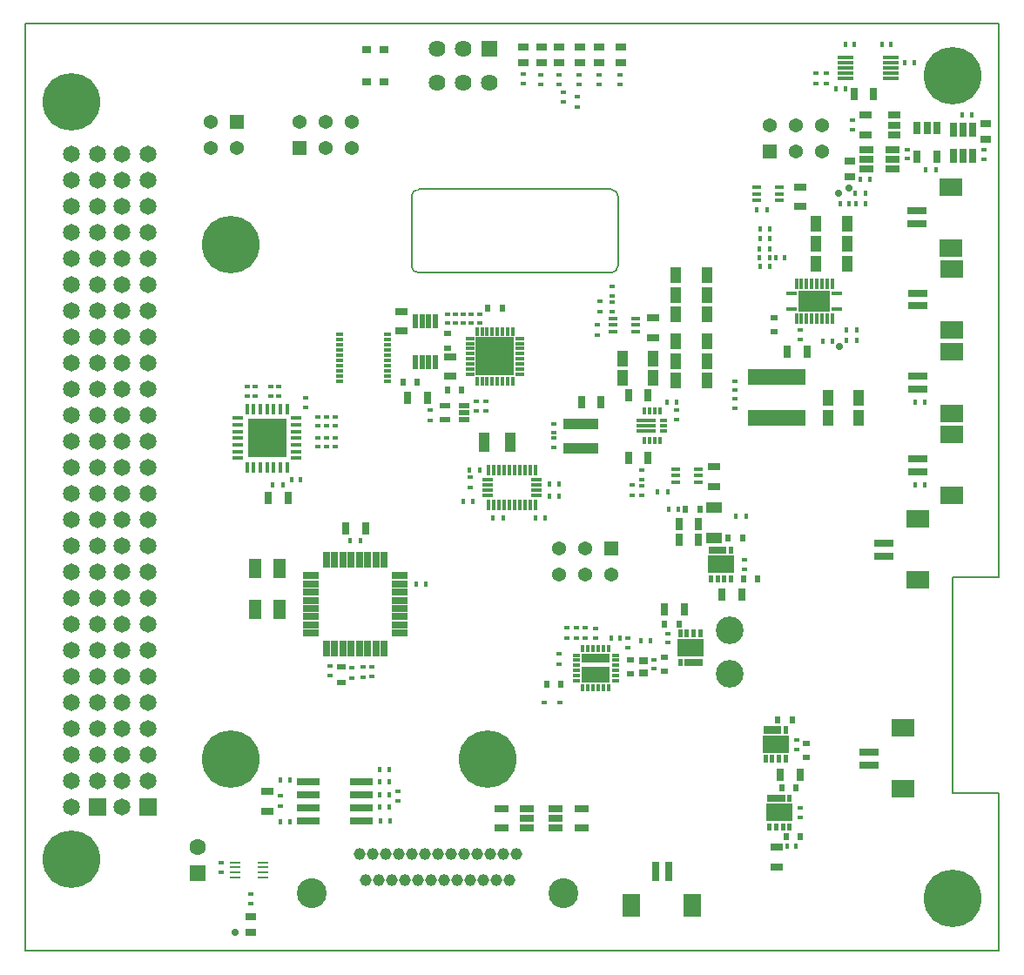
<source format=gts>
G04*
G04 #@! TF.GenerationSoftware,Altium Limited,Altium Designer,18.1.9 (240)*
G04*
G04 Layer_Color=8388736*
%FSLAX44Y44*%
%MOMM*%
G71*
G01*
G75*
%ADD16C,0.1520*%
%ADD21R,0.8000X1.3000*%
%ADD22R,1.1112X0.2540*%
%ADD23R,1.6000X1.0000*%
%ADD24R,0.4500X0.6000*%
%ADD25R,0.4000X0.6000*%
%ADD26R,0.6000X0.8000*%
%ADD27R,1.3000X0.8000*%
%ADD31R,0.6000X0.4000*%
%ADD39R,0.8000X0.6000*%
%ADD40R,0.6000X0.4500*%
%ADD42R,0.5032X0.3556*%
%ADD47R,0.9000X0.5000*%
%ADD50R,0.7000X1.3000*%
%ADD56R,1.0000X1.6000*%
%ADD57R,1.3000X0.7000*%
%ADD79R,0.4016X0.7016*%
%ADD80R,1.7016X0.7016*%
%ADD81R,2.5016X1.7016*%
%ADD82R,0.8016X1.9016*%
%ADD83R,1.7016X2.3016*%
%ADD84R,0.3616X1.0016*%
%ADD85R,1.0016X0.3616*%
%ADD86R,3.0516X2.0516*%
%ADD87C,0.7016*%
%ADD88R,0.9016X0.6516*%
%ADD89R,1.2016X0.7016*%
%ADD90R,0.8516X0.8016*%
%ADD91R,1.1416X0.4316*%
%ADD92R,0.4316X1.1416*%
%ADD93R,3.8016X3.8016*%
%ADD94R,2.3016X0.7016*%
%ADD95R,5.6016X1.5316*%
%ADD96R,1.0016X0.8016*%
%ADD97R,1.3716X0.6604*%
%ADD98R,1.5516X0.4016*%
%ADD99R,0.7016X1.2016*%
%ADD100R,0.6604X1.3716*%
%ADD101R,0.9416X0.3616*%
%ADD102R,0.3616X0.9416*%
%ADD103R,3.7016X3.7016*%
%ADD104R,0.5516X1.4516*%
%ADD105R,1.1016X0.5716*%
%ADD106R,1.1016X0.3516*%
%ADD107R,0.3516X1.1016*%
%ADD108R,3.5016X1.0816*%
%ADD109R,0.8016X0.4016*%
%ADD110R,1.9016X0.8016*%
%ADD111R,2.3016X1.7016*%
%ADD112R,1.3216X0.7016*%
%ADD113R,1.3016X1.9016*%
%ADD114R,1.6016X0.6516*%
%ADD115R,0.6516X1.6016*%
%ADD116R,1.1016X1.9016*%
%ADD117R,0.9516X0.4516*%
%ADD118R,0.3416X0.7016*%
%ADD119R,0.7016X0.3416*%
%ADD120R,1.8916X0.3216*%
%ADD121R,2.8016X0.9516*%
%ADD122R,2.8016X1.5516*%
%ADD123R,0.3416X0.6766*%
%ADD124R,0.6766X0.3416*%
%ADD125C,1.1684*%
%ADD126C,2.8956*%
%ADD127C,1.3716*%
%ADD128R,1.3716X1.3716*%
%ADD129R,1.6256X1.6256*%
%ADD130C,1.6256*%
%ADD131C,2.6924*%
%ADD132R,1.6516X1.6516*%
%ADD133C,1.6516*%
%ADD134C,0.1016*%
%ADD135C,1.6016*%
%ADD136R,1.6016X1.6016*%
%ADD137C,5.6016*%
G36*
X745549Y144927D02*
X741140D01*
Y152320D01*
X745549D01*
Y144927D01*
D02*
G37*
G36*
X739043Y144925D02*
X721640D01*
Y152320D01*
X739043D01*
Y144925D01*
D02*
G37*
G36*
X745542Y116917D02*
X741140D01*
Y124320D01*
X745542D01*
Y116917D01*
D02*
G37*
G36*
X739048Y116894D02*
X734640D01*
Y124320D01*
X739048D01*
Y116894D01*
D02*
G37*
G36*
X726028Y116893D02*
X721640D01*
Y124320D01*
X726028D01*
Y116893D01*
D02*
G37*
G36*
X732538Y116889D02*
X728140D01*
Y124320D01*
X732538D01*
Y116889D01*
D02*
G37*
G36*
X741621Y211149D02*
X737213D01*
Y218542D01*
X741621D01*
Y211149D01*
D02*
G37*
G36*
X735115Y211147D02*
X717712D01*
Y218542D01*
X735115D01*
Y211147D01*
D02*
G37*
G36*
X741615Y183138D02*
X737213D01*
Y190541D01*
X741615D01*
Y183138D01*
D02*
G37*
G36*
X735121Y183115D02*
X730713D01*
Y190541D01*
X735121D01*
Y183115D01*
D02*
G37*
G36*
X722101Y183114D02*
X717712D01*
Y190541D01*
X722101D01*
Y183114D01*
D02*
G37*
G36*
X728611Y183111D02*
X724212D01*
Y190541D01*
X728611D01*
Y183111D01*
D02*
G37*
G36*
X658634Y304984D02*
X654246D01*
Y312411D01*
X658634D01*
Y304984D01*
D02*
G37*
G36*
X652134D02*
X647736D01*
Y312415D01*
X652134D01*
Y304984D01*
D02*
G37*
G36*
X645634D02*
X641226D01*
Y312410D01*
X645634D01*
Y304984D01*
D02*
G37*
G36*
X639134D02*
X634732D01*
Y312387D01*
X639134D01*
Y304984D01*
D02*
G37*
G36*
X658634Y276984D02*
X641231D01*
Y284379D01*
X658634D01*
Y276984D01*
D02*
G37*
G36*
X639134D02*
X634725D01*
Y284377D01*
X639134D01*
Y276984D01*
D02*
G37*
G36*
X688478Y386227D02*
X684070D01*
Y393620D01*
X688478D01*
Y386227D01*
D02*
G37*
G36*
X681972Y386225D02*
X664570D01*
Y393620D01*
X681972D01*
Y386225D01*
D02*
G37*
G36*
X688472Y358217D02*
X684070D01*
Y365620D01*
X688472D01*
Y358217D01*
D02*
G37*
G36*
X681978Y358194D02*
X677570D01*
Y365620D01*
X681978D01*
Y358194D01*
D02*
G37*
G36*
X668958Y358193D02*
X664570D01*
Y365620D01*
X668958D01*
Y358193D01*
D02*
G37*
G36*
X675468Y358189D02*
X671070D01*
Y365620D01*
X675468D01*
Y358189D01*
D02*
G37*
D16*
X576580Y733724D02*
G03*
X569484Y740820I-7096J0D01*
G01*
X382680Y740820D02*
G03*
X375604Y733744I-0J-7076D01*
G01*
X375604Y666558D02*
G03*
X382642Y659520I7038J0D01*
G01*
X569299Y659520D02*
G03*
X576580Y666801I0J7281D01*
G01*
X382680Y740820D02*
X569484Y740820D01*
X375604Y733744D02*
X375604Y666558D01*
X382642Y659520D02*
X569299Y659520D01*
X576580Y666801D02*
X576580Y733724D01*
X946658Y363220D02*
Y901700D01*
X0D02*
X946658D01*
X0Y0D02*
Y901700D01*
Y0D02*
X946658D01*
Y153670D01*
X901700D02*
X946658D01*
X901700D02*
Y363220D01*
X946658D01*
D21*
X824840Y833120D02*
D03*
X805840D02*
D03*
X654716Y400152D02*
D03*
X635716D02*
D03*
X654716Y415646D02*
D03*
X635716D02*
D03*
X372046Y538374D02*
D03*
X391046D02*
D03*
X236359Y440704D02*
D03*
X255359D02*
D03*
X605751Y540690D02*
D03*
X586751D02*
D03*
X330748Y410718D02*
D03*
X311748D02*
D03*
X734472Y171744D02*
D03*
X753472D02*
D03*
X605751Y479730D02*
D03*
X586751D02*
D03*
X677824Y347050D02*
D03*
X696824D02*
D03*
X640944Y332204D02*
D03*
X621944D02*
D03*
D22*
X230924Y71240D02*
D03*
Y76240D02*
D03*
Y81240D02*
D03*
Y86240D02*
D03*
X203924D02*
D03*
Y81240D02*
D03*
Y76240D02*
D03*
Y71240D02*
D03*
D23*
X669828Y401560D02*
D03*
Y431560D02*
D03*
D24*
X690894Y422640D02*
D03*
X700894D02*
D03*
X240446Y453404D02*
D03*
X250446D02*
D03*
X798553Y604187D02*
D03*
X808553D02*
D03*
X798553Y594027D02*
D03*
X808553D02*
D03*
X785360Y593217D02*
D03*
X775360D02*
D03*
X797994Y838200D02*
D03*
X787994D02*
D03*
X614760Y446859D02*
D03*
X624760D02*
D03*
X721304Y720700D02*
D03*
X711304D02*
D03*
X316248Y398780D02*
D03*
X326248D02*
D03*
X875444Y759460D02*
D03*
X885444D02*
D03*
X431880Y467900D02*
D03*
X441880D02*
D03*
X454804Y421000D02*
D03*
X464804D02*
D03*
X807137Y736600D02*
D03*
X817137D02*
D03*
X713633Y674208D02*
D03*
X723633D02*
D03*
X713633Y682797D02*
D03*
X723633D02*
D03*
D25*
X625968Y429260D02*
D03*
X634968D02*
D03*
X740784Y101600D02*
D03*
X749784D02*
D03*
X821440Y750206D02*
D03*
X812440D02*
D03*
X797244Y881700D02*
D03*
X806244D02*
D03*
X258950Y458400D02*
D03*
X267950D02*
D03*
X380248Y357104D02*
D03*
X389248D02*
D03*
X354034Y176144D02*
D03*
X345034D02*
D03*
Y164714D02*
D03*
X354034D02*
D03*
Y152014D02*
D03*
X345034D02*
D03*
X354044Y139834D02*
D03*
X345044D02*
D03*
X345614Y126614D02*
D03*
X354614D02*
D03*
X257514Y165984D02*
D03*
X248514D02*
D03*
X257514Y125344D02*
D03*
X248514D02*
D03*
X841804Y881700D02*
D03*
X832804D02*
D03*
X864544Y863600D02*
D03*
X855544D02*
D03*
X911424Y812800D02*
D03*
X920424D02*
D03*
X510104Y454277D02*
D03*
X519104D02*
D03*
X569489Y304264D02*
D03*
X578489D02*
D03*
X608004Y301724D02*
D03*
X599004D02*
D03*
X865704Y453400D02*
D03*
X874704D02*
D03*
X865704Y533400D02*
D03*
X874704D02*
D03*
X426284Y436880D02*
D03*
X435284D02*
D03*
X505354Y421000D02*
D03*
X496354D02*
D03*
X519104Y441960D02*
D03*
X510104D02*
D03*
X807940Y726440D02*
D03*
X816940D02*
D03*
X723883Y693237D02*
D03*
X714883D02*
D03*
X723883Y665619D02*
D03*
X714883D02*
D03*
X738630Y674208D02*
D03*
X729630D02*
D03*
X792397Y726440D02*
D03*
X801397D02*
D03*
X723883Y701826D02*
D03*
X714883D02*
D03*
X624404Y533400D02*
D03*
X633404D02*
D03*
D26*
X642030Y429260D02*
D03*
X656030D02*
D03*
X753876Y110980D02*
D03*
X739876D02*
D03*
X749456Y158280D02*
D03*
X735456D02*
D03*
X712371Y361920D02*
D03*
X698371D02*
D03*
X449720Y625280D02*
D03*
X463720D02*
D03*
X367334Y553324D02*
D03*
X381334D02*
D03*
X424514Y545778D02*
D03*
X410514D02*
D03*
X745972Y225084D02*
D03*
X731972D02*
D03*
X697399Y401320D02*
D03*
X683399D02*
D03*
X621904Y318044D02*
D03*
X635904D02*
D03*
X506884Y259708D02*
D03*
X520884D02*
D03*
D27*
X730340Y100940D02*
D03*
Y81940D02*
D03*
X235234Y136164D02*
D03*
Y155164D02*
D03*
X365500Y622148D02*
D03*
Y603148D02*
D03*
X413330Y558748D02*
D03*
Y577748D02*
D03*
D31*
X753876Y138920D02*
D03*
Y129920D02*
D03*
X699304Y380620D02*
D03*
Y371620D02*
D03*
X301390Y519664D02*
D03*
Y510664D02*
D03*
X272978Y528660D02*
D03*
Y537660D02*
D03*
X215908Y548699D02*
D03*
Y539699D02*
D03*
X223528Y548699D02*
D03*
Y539699D02*
D03*
X239060Y548699D02*
D03*
Y539699D02*
D03*
X246680Y548699D02*
D03*
Y539699D02*
D03*
X292958Y510704D02*
D03*
Y519704D02*
D03*
X284814Y510744D02*
D03*
Y519744D02*
D03*
X292958Y490383D02*
D03*
Y499383D02*
D03*
X284814Y490384D02*
D03*
Y499384D02*
D03*
X301390Y490344D02*
D03*
Y499344D02*
D03*
X296198Y267864D02*
D03*
Y276864D02*
D03*
X337378Y267264D02*
D03*
Y276264D02*
D03*
X690270Y554379D02*
D03*
Y545379D02*
D03*
Y537179D02*
D03*
Y528179D02*
D03*
X753910Y594628D02*
D03*
Y603628D02*
D03*
X518832Y851973D02*
D03*
Y842973D02*
D03*
X501527Y851973D02*
D03*
Y842973D02*
D03*
X484509Y852973D02*
D03*
Y843973D02*
D03*
X538443Y851973D02*
D03*
Y842973D02*
D03*
X557780Y851973D02*
D03*
Y842973D02*
D03*
X578595Y851973D02*
D03*
Y842973D02*
D03*
X523403Y835080D02*
D03*
Y826080D02*
D03*
X857504Y779460D02*
D03*
Y770460D02*
D03*
X932180Y770300D02*
D03*
Y779300D02*
D03*
X513649Y512871D02*
D03*
Y503871D02*
D03*
Y498700D02*
D03*
Y489700D02*
D03*
X438904Y525499D02*
D03*
Y534499D02*
D03*
X441706Y610590D02*
D03*
Y619590D02*
D03*
X433832D02*
D03*
Y610590D02*
D03*
X426281Y619590D02*
D03*
Y610590D02*
D03*
X418473Y619590D02*
D03*
Y610590D02*
D03*
X410464Y619590D02*
D03*
Y610590D02*
D03*
X624654Y299734D02*
D03*
Y308734D02*
D03*
X750093Y196341D02*
D03*
Y205341D02*
D03*
X554864Y304234D02*
D03*
Y313234D02*
D03*
X611767Y274364D02*
D03*
Y283364D02*
D03*
X570484Y630876D02*
D03*
Y621876D02*
D03*
X633730Y525728D02*
D03*
Y516728D02*
D03*
X570484Y645950D02*
D03*
Y636950D02*
D03*
X599484Y452302D02*
D03*
Y443302D02*
D03*
X599520Y467536D02*
D03*
Y458536D02*
D03*
X190500Y85740D02*
D03*
Y76740D02*
D03*
X219649Y55400D02*
D03*
Y46400D02*
D03*
D39*
X728252Y616288D02*
D03*
Y602288D02*
D03*
X410972Y600598D02*
D03*
Y586598D02*
D03*
X759613Y202104D02*
D03*
Y188104D02*
D03*
X621284Y285868D02*
D03*
Y271868D02*
D03*
X588264Y283324D02*
D03*
Y269324D02*
D03*
D40*
X804164Y798373D02*
D03*
Y808373D02*
D03*
X328508Y276124D02*
D03*
Y266124D02*
D03*
X317782Y275564D02*
D03*
Y265564D02*
D03*
X362844Y145664D02*
D03*
Y155664D02*
D03*
X247904Y140724D02*
D03*
Y150724D02*
D03*
X779034Y853758D02*
D03*
Y843758D02*
D03*
X768874Y853758D02*
D03*
Y843758D02*
D03*
X537188Y820983D02*
D03*
Y830983D02*
D03*
X556260Y598981D02*
D03*
Y608981D02*
D03*
X448048Y534999D02*
D03*
Y524999D02*
D03*
X393768Y515828D02*
D03*
Y525828D02*
D03*
X518964Y288944D02*
D03*
Y278944D02*
D03*
X585724Y304734D02*
D03*
Y294734D02*
D03*
X526570Y314344D02*
D03*
Y304344D02*
D03*
X535739Y314344D02*
D03*
Y304344D02*
D03*
X544364Y314344D02*
D03*
Y304344D02*
D03*
X432364Y460780D02*
D03*
Y450780D02*
D03*
X559054Y622126D02*
D03*
Y632126D02*
D03*
X590098Y443552D02*
D03*
Y453552D02*
D03*
D42*
X519581Y241272D02*
D03*
X504547D02*
D03*
D47*
X307238Y261184D02*
D03*
Y276184D02*
D03*
D50*
X741324Y582510D02*
D03*
X760324D02*
D03*
X541089Y533451D02*
D03*
X560089D02*
D03*
D56*
X662616Y657338D02*
D03*
X632616D02*
D03*
X662616Y638275D02*
D03*
X632616D02*
D03*
X662616Y619212D02*
D03*
X632616D02*
D03*
X580630Y576250D02*
D03*
X610630D02*
D03*
X580630Y557700D02*
D03*
X610630D02*
D03*
X799133Y687914D02*
D03*
X769133D02*
D03*
X799133Y668169D02*
D03*
X769133D02*
D03*
X799133Y707659D02*
D03*
X769133D02*
D03*
X632616Y592813D02*
D03*
X662616D02*
D03*
X632616Y573750D02*
D03*
X662616D02*
D03*
X632616Y554687D02*
D03*
X662616D02*
D03*
X780465Y518411D02*
D03*
X810465D02*
D03*
X780465Y538168D02*
D03*
X810465D02*
D03*
D57*
X610713Y596675D02*
D03*
Y615675D02*
D03*
X753910Y724248D02*
D03*
Y743248D02*
D03*
X669828Y451904D02*
D03*
Y470904D02*
D03*
D79*
X723840Y120620D02*
D03*
X730340D02*
D03*
X736840D02*
D03*
X743340D02*
D03*
Y148620D02*
D03*
X719912Y186842D02*
D03*
X726413D02*
D03*
X732913D02*
D03*
X739413D02*
D03*
Y214841D02*
D03*
X666770Y361920D02*
D03*
X673270D02*
D03*
X679770D02*
D03*
X686270D02*
D03*
Y389920D02*
D03*
X656434Y308684D02*
D03*
X649934D02*
D03*
X643434D02*
D03*
X636934D02*
D03*
Y280684D02*
D03*
D80*
X730340Y148620D02*
D03*
X726413Y214841D02*
D03*
X673270Y389920D02*
D03*
X649934Y280684D02*
D03*
D81*
X733590Y134620D02*
D03*
X729662Y200842D02*
D03*
X676520Y375920D02*
D03*
X646684Y294684D02*
D03*
D82*
X613030Y77380D02*
D03*
X625530D02*
D03*
D83*
X589530Y44380D02*
D03*
X649030D02*
D03*
D84*
X784863Y615418D02*
D03*
X749863Y649118D02*
D03*
Y615418D02*
D03*
X754863D02*
D03*
X759863D02*
D03*
X764863D02*
D03*
X769863D02*
D03*
X774863D02*
D03*
X779863D02*
D03*
X784863Y649118D02*
D03*
X779863D02*
D03*
X774863D02*
D03*
X769863D02*
D03*
X764863D02*
D03*
X759863D02*
D03*
X754863D02*
D03*
D85*
X789212Y624768D02*
D03*
X745513Y639768D02*
D03*
Y624768D02*
D03*
X789212Y639768D02*
D03*
D86*
X767363Y632268D02*
D03*
D87*
X791000Y736900D02*
D03*
X801060Y742380D02*
D03*
X791708Y587714D02*
D03*
X203924Y18000D02*
D03*
D88*
X600964Y282574D02*
D03*
Y270074D02*
D03*
D89*
X816940Y793873D02*
D03*
Y812873D02*
D03*
X844940D02*
D03*
Y803373D02*
D03*
Y793873D02*
D03*
D90*
X348728Y877060D02*
D03*
Y845060D02*
D03*
X332228D02*
D03*
Y877060D02*
D03*
D91*
X263450Y479214D02*
D03*
Y485714D02*
D03*
Y492214D02*
D03*
Y498714D02*
D03*
Y505214D02*
D03*
Y511714D02*
D03*
Y518214D02*
D03*
X206750D02*
D03*
Y511714D02*
D03*
Y505214D02*
D03*
Y498714D02*
D03*
Y492214D02*
D03*
Y485714D02*
D03*
Y479214D02*
D03*
D92*
X215600Y470364D02*
D03*
X222100D02*
D03*
X228600D02*
D03*
X235100D02*
D03*
X241600D02*
D03*
X248100D02*
D03*
X254600D02*
D03*
Y527064D02*
D03*
X248100D02*
D03*
X241600D02*
D03*
X235100D02*
D03*
X228600D02*
D03*
X222100D02*
D03*
X215600D02*
D03*
D93*
X235100Y498714D02*
D03*
D94*
X275274Y152014D02*
D03*
X327274D02*
D03*
X275274Y164714D02*
D03*
Y139314D02*
D03*
Y126614D02*
D03*
X327274Y164714D02*
D03*
Y139314D02*
D03*
Y126614D02*
D03*
D95*
X730504Y518280D02*
D03*
Y558680D02*
D03*
D96*
X538998Y864163D02*
D03*
Y879163D02*
D03*
X519489Y864163D02*
D03*
Y879163D02*
D03*
X502285Y864163D02*
D03*
Y879163D02*
D03*
X484761Y864163D02*
D03*
Y879163D02*
D03*
X558233Y864163D02*
D03*
Y879163D02*
D03*
X578947Y864163D02*
D03*
Y879163D02*
D03*
X933704Y789730D02*
D03*
Y804730D02*
D03*
X219649Y33000D02*
D03*
Y18000D02*
D03*
X801853Y768446D02*
D03*
Y753446D02*
D03*
D97*
X817790Y760795D02*
D03*
Y770193D02*
D03*
Y779591D02*
D03*
X843698D02*
D03*
Y770193D02*
D03*
Y760795D02*
D03*
D98*
X841994Y848758D02*
D03*
Y853758D02*
D03*
Y858758D02*
D03*
Y863758D02*
D03*
Y868758D02*
D03*
X797994Y848758D02*
D03*
Y853758D02*
D03*
Y858758D02*
D03*
Y863758D02*
D03*
Y868758D02*
D03*
D99*
X886444Y772216D02*
D03*
X867444D02*
D03*
Y800216D02*
D03*
X876944D02*
D03*
X886444D02*
D03*
D100*
X921242Y773066D02*
D03*
X911844D02*
D03*
X902446D02*
D03*
Y798974D02*
D03*
X911844D02*
D03*
X921242D02*
D03*
D101*
X481070Y560908D02*
D03*
Y565908D02*
D03*
Y570908D02*
D03*
Y575908D02*
D03*
Y580908D02*
D03*
Y585908D02*
D03*
Y590908D02*
D03*
Y595908D02*
D03*
X432370D02*
D03*
Y590908D02*
D03*
Y585908D02*
D03*
Y580908D02*
D03*
Y575908D02*
D03*
Y570908D02*
D03*
Y565908D02*
D03*
Y560908D02*
D03*
D102*
X439220Y554058D02*
D03*
X444220D02*
D03*
X449220D02*
D03*
X454220D02*
D03*
X459220D02*
D03*
X464220D02*
D03*
X469220D02*
D03*
X474220D02*
D03*
Y602758D02*
D03*
X469220D02*
D03*
X464220D02*
D03*
X459220D02*
D03*
X454220D02*
D03*
X449220D02*
D03*
X444220D02*
D03*
X439220D02*
D03*
D103*
X456720Y578408D02*
D03*
D104*
X379500Y572640D02*
D03*
X386000D02*
D03*
X392500D02*
D03*
X399000D02*
D03*
X379500Y612140D02*
D03*
X386000D02*
D03*
X392500D02*
D03*
X399000D02*
D03*
D105*
X426572Y517200D02*
D03*
Y530200D02*
D03*
X408572Y517200D02*
D03*
Y530200D02*
D03*
X426572Y523700D02*
D03*
D106*
X497404Y458400D02*
D03*
Y453400D02*
D03*
Y448400D02*
D03*
Y443400D02*
D03*
X449404Y458400D02*
D03*
Y453400D02*
D03*
Y448400D02*
D03*
Y443400D02*
D03*
D107*
X450904Y433900D02*
D03*
X455904D02*
D03*
X460904D02*
D03*
X465904D02*
D03*
X470904D02*
D03*
X475904D02*
D03*
X480904D02*
D03*
X485904D02*
D03*
X490904D02*
D03*
X495904D02*
D03*
Y467900D02*
D03*
X490904D02*
D03*
X485904D02*
D03*
X480904D02*
D03*
X475904D02*
D03*
X470904D02*
D03*
X465904D02*
D03*
X460904D02*
D03*
X455904D02*
D03*
X450904D02*
D03*
D108*
X540428Y512593D02*
D03*
Y488893D02*
D03*
D109*
X351900Y599400D02*
D03*
X305900D02*
D03*
X351900Y594400D02*
D03*
X305900D02*
D03*
X351900Y589400D02*
D03*
X305900D02*
D03*
X351900Y584400D02*
D03*
X305900D02*
D03*
X351900Y579400D02*
D03*
X305900D02*
D03*
X351900Y574400D02*
D03*
X305900D02*
D03*
X351900Y569400D02*
D03*
X305900D02*
D03*
X351900Y564400D02*
D03*
X305900D02*
D03*
X351900Y559400D02*
D03*
X305900D02*
D03*
X351900Y554400D02*
D03*
X305900D02*
D03*
D110*
X867340Y707248D02*
D03*
Y719748D02*
D03*
X868070Y627481D02*
D03*
Y639981D02*
D03*
Y559011D02*
D03*
Y546511D02*
D03*
Y478766D02*
D03*
Y466266D02*
D03*
X834984Y396680D02*
D03*
Y384180D02*
D03*
X820440Y193480D02*
D03*
Y180980D02*
D03*
D111*
X900340Y683748D02*
D03*
Y743248D02*
D03*
X901070Y603981D02*
D03*
Y663481D02*
D03*
Y582510D02*
D03*
Y523011D02*
D03*
Y502266D02*
D03*
Y442766D02*
D03*
X867984Y420180D02*
D03*
Y360680D02*
D03*
X853440Y216980D02*
D03*
Y157480D02*
D03*
D112*
X462849Y119736D02*
D03*
Y138736D02*
D03*
X487749D02*
D03*
Y129236D02*
D03*
Y119736D02*
D03*
X540770Y138720D02*
D03*
Y119720D02*
D03*
X515870D02*
D03*
Y129220D02*
D03*
Y138720D02*
D03*
D113*
X247228Y372344D02*
D03*
Y332344D02*
D03*
X223228D02*
D03*
Y372344D02*
D03*
D114*
X364068Y365104D02*
D03*
Y357104D02*
D03*
Y349104D02*
D03*
Y341104D02*
D03*
Y333104D02*
D03*
Y325104D02*
D03*
Y317104D02*
D03*
Y309104D02*
D03*
X278068D02*
D03*
Y317104D02*
D03*
Y325104D02*
D03*
Y333104D02*
D03*
Y341104D02*
D03*
Y349104D02*
D03*
Y357104D02*
D03*
Y365104D02*
D03*
D115*
X349068Y294104D02*
D03*
X341068D02*
D03*
X333068D02*
D03*
X325068D02*
D03*
X317068D02*
D03*
X309068D02*
D03*
X301068D02*
D03*
X293068D02*
D03*
Y380104D02*
D03*
X301068D02*
D03*
X309068D02*
D03*
X317068D02*
D03*
X325068D02*
D03*
X333068D02*
D03*
X341068D02*
D03*
X349068D02*
D03*
D116*
X471678Y495050D02*
D03*
X446678D02*
D03*
D117*
X571255Y615374D02*
D03*
Y608875D02*
D03*
Y602374D02*
D03*
X593255D02*
D03*
Y608875D02*
D03*
Y615374D02*
D03*
X632434Y468780D02*
D03*
Y462280D02*
D03*
Y455780D02*
D03*
X654434D02*
D03*
Y462280D02*
D03*
Y468780D02*
D03*
X711590Y742788D02*
D03*
Y736288D02*
D03*
Y729788D02*
D03*
X733590D02*
D03*
Y736288D02*
D03*
Y742788D02*
D03*
D118*
X601951Y524885D02*
D03*
X606951D02*
D03*
X611951D02*
D03*
X616951D02*
D03*
Y496885D02*
D03*
X611951D02*
D03*
X606951D02*
D03*
X601951D02*
D03*
D119*
X620951Y515885D02*
D03*
Y510885D02*
D03*
Y505885D02*
D03*
D120*
X603901Y505985D02*
D03*
Y510885D02*
D03*
Y515785D02*
D03*
D121*
X554864Y284553D02*
D03*
D122*
Y269053D02*
D03*
D123*
X567364Y256178D02*
D03*
X562364D02*
D03*
X557364D02*
D03*
X552364D02*
D03*
X547364D02*
D03*
X542364D02*
D03*
Y294428D02*
D03*
X547364D02*
D03*
X552364D02*
D03*
X557364D02*
D03*
X562364D02*
D03*
X567364D02*
D03*
D124*
X535739Y262803D02*
D03*
Y267803D02*
D03*
Y272803D02*
D03*
Y277803D02*
D03*
Y282803D02*
D03*
Y287803D02*
D03*
X573989D02*
D03*
Y282803D02*
D03*
Y277803D02*
D03*
Y272803D02*
D03*
Y267803D02*
D03*
Y262803D02*
D03*
D125*
X331154Y68800D02*
D03*
X343854D02*
D03*
X356554D02*
D03*
X369254D02*
D03*
X381954D02*
D03*
X394654D02*
D03*
X407354D02*
D03*
X420054D02*
D03*
X432754D02*
D03*
X445454D02*
D03*
X458154D02*
D03*
X470854D02*
D03*
X324804Y94200D02*
D03*
X337504D02*
D03*
X350204D02*
D03*
X362904D02*
D03*
X375604D02*
D03*
X388304D02*
D03*
X401004D02*
D03*
X413704D02*
D03*
X426404D02*
D03*
X439104D02*
D03*
X451804D02*
D03*
X464504D02*
D03*
X477204D02*
D03*
D126*
X523559Y56100D02*
D03*
X278449D02*
D03*
D127*
X774700Y777973D02*
D03*
Y803373D02*
D03*
X749300Y777973D02*
D03*
Y803373D02*
D03*
X723900D02*
D03*
X180340Y806573D02*
D03*
Y781173D02*
D03*
X205740D02*
D03*
X266534Y806573D02*
D03*
X291934D02*
D03*
Y781173D02*
D03*
X317334Y806573D02*
D03*
Y781173D02*
D03*
X518964Y391160D02*
D03*
Y365760D02*
D03*
X544364Y391160D02*
D03*
Y365760D02*
D03*
X569764D02*
D03*
D128*
X723900Y777973D02*
D03*
X205740Y806573D02*
D03*
X266534Y781173D02*
D03*
X569764Y391160D02*
D03*
D129*
X451104Y877570D02*
D03*
D130*
X425704D02*
D03*
X400304D02*
D03*
X451104Y844550D02*
D03*
X425704D02*
D03*
X400304D02*
D03*
D131*
X684850Y311590D02*
D03*
Y269680D02*
D03*
D132*
X70104Y139800D02*
D03*
X119604D02*
D03*
D133*
X70104Y165200D02*
D03*
Y190600D02*
D03*
Y216000D02*
D03*
Y241400D02*
D03*
Y266800D02*
D03*
Y292200D02*
D03*
Y317600D02*
D03*
Y343000D02*
D03*
Y368400D02*
D03*
Y393800D02*
D03*
Y419200D02*
D03*
Y444600D02*
D03*
Y470000D02*
D03*
Y495400D02*
D03*
Y520800D02*
D03*
Y546200D02*
D03*
Y571600D02*
D03*
Y597000D02*
D03*
Y622400D02*
D03*
Y647800D02*
D03*
Y673200D02*
D03*
Y698600D02*
D03*
Y724000D02*
D03*
Y749400D02*
D03*
Y774800D02*
D03*
X44704Y139800D02*
D03*
Y165200D02*
D03*
Y190600D02*
D03*
Y216000D02*
D03*
Y241400D02*
D03*
Y266800D02*
D03*
Y292200D02*
D03*
Y317600D02*
D03*
Y343000D02*
D03*
Y368400D02*
D03*
Y393800D02*
D03*
Y419200D02*
D03*
Y444600D02*
D03*
Y470000D02*
D03*
Y495400D02*
D03*
Y520800D02*
D03*
Y546200D02*
D03*
Y571600D02*
D03*
Y597000D02*
D03*
Y622400D02*
D03*
Y647800D02*
D03*
Y673200D02*
D03*
Y698600D02*
D03*
Y724000D02*
D03*
Y749400D02*
D03*
Y774800D02*
D03*
X119604Y165200D02*
D03*
Y190600D02*
D03*
Y216000D02*
D03*
Y241400D02*
D03*
Y266800D02*
D03*
Y292200D02*
D03*
Y317600D02*
D03*
Y343000D02*
D03*
Y368400D02*
D03*
Y393800D02*
D03*
Y419200D02*
D03*
Y444600D02*
D03*
Y470000D02*
D03*
Y495400D02*
D03*
Y520800D02*
D03*
Y546200D02*
D03*
Y571600D02*
D03*
Y597000D02*
D03*
Y622400D02*
D03*
Y647800D02*
D03*
Y673200D02*
D03*
Y698600D02*
D03*
Y724000D02*
D03*
Y749400D02*
D03*
Y774800D02*
D03*
X94204Y139800D02*
D03*
Y165200D02*
D03*
Y190600D02*
D03*
Y216000D02*
D03*
Y241400D02*
D03*
Y266800D02*
D03*
Y292200D02*
D03*
Y317600D02*
D03*
Y343000D02*
D03*
Y368400D02*
D03*
Y393800D02*
D03*
Y419200D02*
D03*
Y444600D02*
D03*
Y470000D02*
D03*
Y495400D02*
D03*
Y520800D02*
D03*
Y546200D02*
D03*
Y571600D02*
D03*
Y597000D02*
D03*
Y622400D02*
D03*
Y647800D02*
D03*
Y673200D02*
D03*
Y698600D02*
D03*
Y724000D02*
D03*
Y749400D02*
D03*
Y774800D02*
D03*
D134*
X328900Y608900D02*
D03*
Y544900D02*
D03*
D135*
X167864Y101384D02*
D03*
D136*
Y75984D02*
D03*
D137*
X902004Y50800D02*
D03*
Y850900D02*
D03*
X200000Y186700D02*
D03*
X450000D02*
D03*
X200000Y686700D02*
D03*
X44704Y825500D02*
D03*
Y88900D02*
D03*
M02*

</source>
